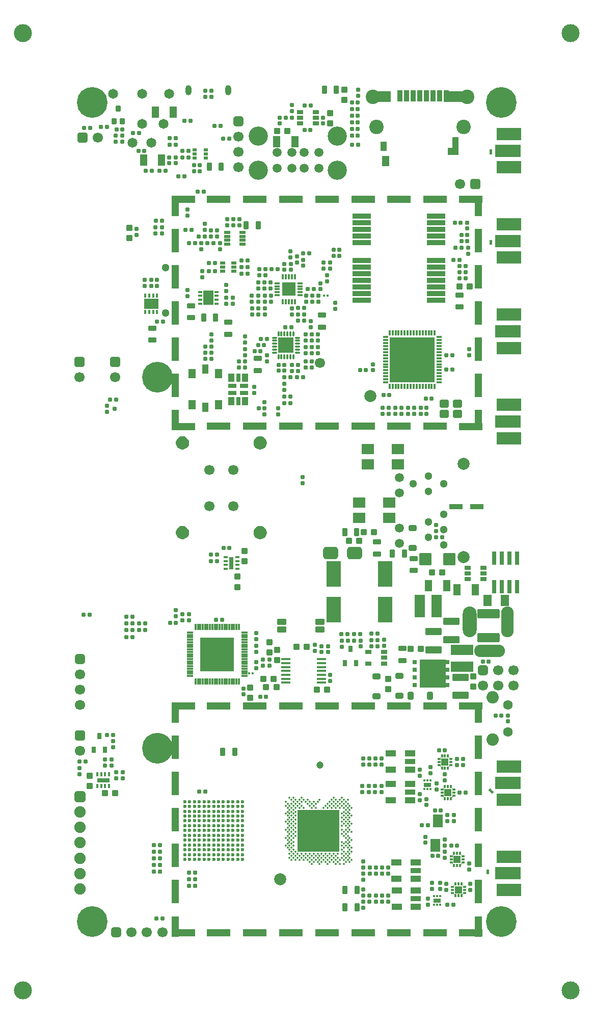
<source format=gts>
G04*
G04 #@! TF.GenerationSoftware,Altium Limited,Altium Designer,18.1.9 (240)*
G04*
G04 Layer_Color=8388736*
%FSLAX44Y44*%
%MOMM*%
G71*
G01*
G75*
%ADD96C,0.3500*%
%ADD101C,0.5000*%
%ADD102C,1.6000*%
%ADD116R,7.0000X7.0000*%
G04:AMPARAMS|DCode=117|XSize=0.6mm|YSize=0.7mm|CornerRadius=0.1mm|HoleSize=0mm|Usage=FLASHONLY|Rotation=0.000|XOffset=0mm|YOffset=0mm|HoleType=Round|Shape=RoundedRectangle|*
%AMROUNDEDRECTD117*
21,1,0.6000,0.5000,0,0,0.0*
21,1,0.4000,0.7000,0,0,0.0*
1,1,0.2000,0.2000,-0.2500*
1,1,0.2000,-0.2000,-0.2500*
1,1,0.2000,-0.2000,0.2500*
1,1,0.2000,0.2000,0.2500*
%
%ADD117ROUNDEDRECTD117*%
G04:AMPARAMS|DCode=118|XSize=0.6mm|YSize=0.7mm|CornerRadius=0.1mm|HoleSize=0mm|Usage=FLASHONLY|Rotation=270.000|XOffset=0mm|YOffset=0mm|HoleType=Round|Shape=RoundedRectangle|*
%AMROUNDEDRECTD118*
21,1,0.6000,0.5000,0,0,270.0*
21,1,0.4000,0.7000,0,0,270.0*
1,1,0.2000,-0.2500,-0.2000*
1,1,0.2000,-0.2500,0.2000*
1,1,0.2000,0.2500,0.2000*
1,1,0.2000,0.2500,-0.2000*
%
%ADD118ROUNDEDRECTD118*%
%ADD119R,0.3500X0.5750*%
%ADD120R,0.5750X0.3500*%
%ADD121R,1.2000X1.2000*%
%ADD122R,1.2000X1.2000*%
G04:AMPARAMS|DCode=123|XSize=0.7mm|YSize=0.7mm|CornerRadius=0.11mm|HoleSize=0mm|Usage=FLASHONLY|Rotation=0.000|XOffset=0mm|YOffset=0mm|HoleType=Round|Shape=RoundedRectangle|*
%AMROUNDEDRECTD123*
21,1,0.7000,0.4800,0,0,0.0*
21,1,0.4800,0.7000,0,0,0.0*
1,1,0.2200,0.2400,-0.2400*
1,1,0.2200,-0.2400,-0.2400*
1,1,0.2200,-0.2400,0.2400*
1,1,0.2200,0.2400,0.2400*
%
%ADD123ROUNDEDRECTD123*%
G04:AMPARAMS|DCode=124|XSize=1.1mm|YSize=1mm|CornerRadius=0.1625mm|HoleSize=0mm|Usage=FLASHONLY|Rotation=270.000|XOffset=0mm|YOffset=0mm|HoleType=Round|Shape=RoundedRectangle|*
%AMROUNDEDRECTD124*
21,1,1.1000,0.6750,0,0,270.0*
21,1,0.7750,1.0000,0,0,270.0*
1,1,0.3250,-0.3375,-0.3875*
1,1,0.3250,-0.3375,0.3875*
1,1,0.3250,0.3375,0.3875*
1,1,0.3250,0.3375,-0.3875*
%
%ADD124ROUNDEDRECTD124*%
G04:AMPARAMS|DCode=125|XSize=1.1mm|YSize=1mm|CornerRadius=0.1625mm|HoleSize=0mm|Usage=FLASHONLY|Rotation=0.000|XOffset=0mm|YOffset=0mm|HoleType=Round|Shape=RoundedRectangle|*
%AMROUNDEDRECTD125*
21,1,1.1000,0.6750,0,0,0.0*
21,1,0.7750,1.0000,0,0,0.0*
1,1,0.3250,0.3875,-0.3375*
1,1,0.3250,-0.3875,-0.3375*
1,1,0.3250,-0.3875,0.3375*
1,1,0.3250,0.3875,0.3375*
%
%ADD125ROUNDEDRECTD125*%
%ADD126R,0.4400X0.7400*%
%ADD127R,2.0900X0.7400*%
G04:AMPARAMS|DCode=128|XSize=0.7mm|YSize=0.7mm|CornerRadius=0.11mm|HoleSize=0mm|Usage=FLASHONLY|Rotation=90.000|XOffset=0mm|YOffset=0mm|HoleType=Round|Shape=RoundedRectangle|*
%AMROUNDEDRECTD128*
21,1,0.7000,0.4800,0,0,90.0*
21,1,0.4800,0.7000,0,0,90.0*
1,1,0.2200,0.2400,0.2400*
1,1,0.2200,0.2400,-0.2400*
1,1,0.2200,-0.2400,-0.2400*
1,1,0.2200,-0.2400,0.2400*
%
%ADD128ROUNDEDRECTD128*%
G04:AMPARAMS|DCode=129|XSize=1.32mm|YSize=1.01mm|CornerRadius=0.1638mm|HoleSize=0mm|Usage=FLASHONLY|Rotation=180.000|XOffset=0mm|YOffset=0mm|HoleType=Round|Shape=RoundedRectangle|*
%AMROUNDEDRECTD129*
21,1,1.3200,0.6825,0,0,180.0*
21,1,0.9925,1.0100,0,0,180.0*
1,1,0.3275,-0.4963,0.3413*
1,1,0.3275,0.4963,0.3413*
1,1,0.3275,0.4963,-0.3413*
1,1,0.3275,-0.4963,-0.3413*
%
%ADD129ROUNDEDRECTD129*%
G04:AMPARAMS|DCode=130|XSize=1.32mm|YSize=1.01mm|CornerRadius=0.1638mm|HoleSize=0mm|Usage=FLASHONLY|Rotation=90.000|XOffset=0mm|YOffset=0mm|HoleType=Round|Shape=RoundedRectangle|*
%AMROUNDEDRECTD130*
21,1,1.3200,0.6825,0,0,90.0*
21,1,0.9925,1.0100,0,0,90.0*
1,1,0.3275,0.3413,0.4963*
1,1,0.3275,0.3413,-0.4963*
1,1,0.3275,-0.3413,-0.4963*
1,1,0.3275,-0.3413,0.4963*
%
%ADD130ROUNDEDRECTD130*%
%ADD131R,2.1000X1.8000*%
G04:AMPARAMS|DCode=132|XSize=1.1mm|YSize=1.6mm|CornerRadius=0.3mm|HoleSize=0mm|Usage=FLASHONLY|Rotation=270.000|XOffset=0mm|YOffset=0mm|HoleType=Round|Shape=RoundedRectangle|*
%AMROUNDEDRECTD132*
21,1,1.1000,1.0000,0,0,270.0*
21,1,0.5000,1.6000,0,0,270.0*
1,1,0.6000,-0.5000,-0.2500*
1,1,0.6000,-0.5000,0.2500*
1,1,0.6000,0.5000,0.2500*
1,1,0.6000,0.5000,-0.2500*
%
%ADD132ROUNDEDRECTD132*%
%ADD133R,3.8000X1.7000*%
G04:AMPARAMS|DCode=134|XSize=1.9mm|YSize=1.4mm|CornerRadius=0.2125mm|HoleSize=0mm|Usage=FLASHONLY|Rotation=270.000|XOffset=0mm|YOffset=0mm|HoleType=Round|Shape=RoundedRectangle|*
%AMROUNDEDRECTD134*
21,1,1.9000,0.9750,0,0,270.0*
21,1,1.4750,1.4000,0,0,270.0*
1,1,0.4250,-0.4875,-0.7375*
1,1,0.4250,-0.4875,0.7375*
1,1,0.4250,0.4875,0.7375*
1,1,0.4250,0.4875,-0.7375*
%
%ADD134ROUNDEDRECTD134*%
G04:AMPARAMS|DCode=135|XSize=3.7mm|YSize=1.6mm|CornerRadius=0.2375mm|HoleSize=0mm|Usage=FLASHONLY|Rotation=180.000|XOffset=0mm|YOffset=0mm|HoleType=Round|Shape=RoundedRectangle|*
%AMROUNDEDRECTD135*
21,1,3.7000,1.1250,0,0,180.0*
21,1,3.2250,1.6000,0,0,180.0*
1,1,0.4750,-1.6125,0.5625*
1,1,0.4750,1.6125,0.5625*
1,1,0.4750,1.6125,-0.5625*
1,1,0.4750,-1.6125,-0.5625*
%
%ADD135ROUNDEDRECTD135*%
G04:AMPARAMS|DCode=136|XSize=2.1mm|YSize=2.1mm|CornerRadius=0.3mm|HoleSize=0mm|Usage=FLASHONLY|Rotation=270.000|XOffset=0mm|YOffset=0mm|HoleType=Round|Shape=RoundedRectangle|*
%AMROUNDEDRECTD136*
21,1,2.1000,1.5000,0,0,270.0*
21,1,1.5000,2.1000,0,0,270.0*
1,1,0.6000,-0.7500,-0.7500*
1,1,0.6000,-0.7500,0.7500*
1,1,0.6000,0.7500,0.7500*
1,1,0.6000,0.7500,-0.7500*
%
%ADD136ROUNDEDRECTD136*%
%ADD137R,2.4500X4.2500*%
G04:AMPARAMS|DCode=138|XSize=0.7mm|YSize=1.1mm|CornerRadius=0.125mm|HoleSize=0mm|Usage=FLASHONLY|Rotation=90.000|XOffset=0mm|YOffset=0mm|HoleType=Round|Shape=RoundedRectangle|*
%AMROUNDEDRECTD138*
21,1,0.7000,0.8500,0,0,90.0*
21,1,0.4500,1.1000,0,0,90.0*
1,1,0.2500,0.4250,0.2250*
1,1,0.2500,0.4250,-0.2250*
1,1,0.2500,-0.4250,-0.2250*
1,1,0.2500,-0.4250,0.2250*
%
%ADD138ROUNDEDRECTD138*%
G04:AMPARAMS|DCode=139|XSize=1.4mm|YSize=0.9mm|CornerRadius=0.15mm|HoleSize=0mm|Usage=FLASHONLY|Rotation=270.000|XOffset=0mm|YOffset=0mm|HoleType=Round|Shape=RoundedRectangle|*
%AMROUNDEDRECTD139*
21,1,1.4000,0.6000,0,0,270.0*
21,1,1.1000,0.9000,0,0,270.0*
1,1,0.3000,-0.3000,-0.5500*
1,1,0.3000,-0.3000,0.5500*
1,1,0.3000,0.3000,0.5500*
1,1,0.3000,0.3000,-0.5500*
%
%ADD139ROUNDEDRECTD139*%
G04:AMPARAMS|DCode=140|XSize=1.4mm|YSize=0.9mm|CornerRadius=0.15mm|HoleSize=0mm|Usage=FLASHONLY|Rotation=0.000|XOffset=0mm|YOffset=0mm|HoleType=Round|Shape=RoundedRectangle|*
%AMROUNDEDRECTD140*
21,1,1.4000,0.6000,0,0,0.0*
21,1,1.1000,0.9000,0,0,0.0*
1,1,0.3000,0.5500,-0.3000*
1,1,0.3000,-0.5500,-0.3000*
1,1,0.3000,-0.5500,0.3000*
1,1,0.3000,0.5500,0.3000*
%
%ADD140ROUNDEDRECTD140*%
%ADD141R,2.3000X0.9000*%
G04:AMPARAMS|DCode=142|XSize=0.7mm|YSize=1.1mm|CornerRadius=0.125mm|HoleSize=0mm|Usage=FLASHONLY|Rotation=0.000|XOffset=0mm|YOffset=0mm|HoleType=Round|Shape=RoundedRectangle|*
%AMROUNDEDRECTD142*
21,1,0.7000,0.8500,0,0,0.0*
21,1,0.4500,1.1000,0,0,0.0*
1,1,0.2500,0.2250,-0.4250*
1,1,0.2500,-0.2250,-0.4250*
1,1,0.2500,-0.2250,0.4250*
1,1,0.2500,0.2250,0.4250*
%
%ADD142ROUNDEDRECTD142*%
%ADD143R,0.8000X0.8000*%
%ADD144R,0.6500X2.3000*%
%ADD145R,1.6000X0.4500*%
G04:AMPARAMS|DCode=146|XSize=2.7mm|YSize=1.25mm|CornerRadius=0.1938mm|HoleSize=0mm|Usage=FLASHONLY|Rotation=0.000|XOffset=0mm|YOffset=0mm|HoleType=Round|Shape=RoundedRectangle|*
%AMROUNDEDRECTD146*
21,1,2.7000,0.8625,0,0,0.0*
21,1,2.3125,1.2500,0,0,0.0*
1,1,0.3875,1.1563,-0.4313*
1,1,0.3875,-1.1563,-0.4313*
1,1,0.3875,-1.1563,0.4313*
1,1,0.3875,1.1563,0.4313*
%
%ADD146ROUNDEDRECTD146*%
G04:AMPARAMS|DCode=147|XSize=1.9mm|YSize=1.25mm|CornerRadius=0.1938mm|HoleSize=0mm|Usage=FLASHONLY|Rotation=90.000|XOffset=0mm|YOffset=0mm|HoleType=Round|Shape=RoundedRectangle|*
%AMROUNDEDRECTD147*
21,1,1.9000,0.8625,0,0,90.0*
21,1,1.5125,1.2500,0,0,90.0*
1,1,0.3875,0.4313,0.7563*
1,1,0.3875,0.4313,-0.7563*
1,1,0.3875,-0.4313,-0.7563*
1,1,0.3875,-0.4313,0.7563*
%
%ADD147ROUNDEDRECTD147*%
%ADD148R,1.2013X1.7019*%
%ADD149R,1.7000X1.2000*%
%ADD150R,1.0004X1.6006*%
%ADD151R,1.0006X1.7011*%
%ADD152R,1.7018X1.7018*%
%ADD153R,1.7009X1.7009*%
%ADD154R,0.9011X1.9526*%
%ADD155R,0.9007X1.9518*%
%ADD156R,0.9002X1.9504*%
%ADD157R,0.9010X1.9525*%
%ADD158R,0.9009X1.9522*%
%ADD159R,0.9006X1.9516*%
%ADD160R,0.9012X1.9530*%
%ADD161R,0.9002X1.9504*%
%ADD162R,0.7400X2.0900*%
%ADD163R,0.7400X0.4400*%
G04:AMPARAMS|DCode=164|XSize=2.5mm|YSize=2.1mm|CornerRadius=0.55mm|HoleSize=0mm|Usage=FLASHONLY|Rotation=0.000|XOffset=0mm|YOffset=0mm|HoleType=Round|Shape=RoundedRectangle|*
%AMROUNDEDRECTD164*
21,1,2.5000,1.0000,0,0,0.0*
21,1,1.4000,2.1000,0,0,0.0*
1,1,1.1000,0.7000,-0.5000*
1,1,1.1000,-0.7000,-0.5000*
1,1,1.1000,-0.7000,0.5000*
1,1,1.1000,0.7000,0.5000*
%
%ADD164ROUNDEDRECTD164*%
%ADD165R,0.8000X0.5500*%
%ADD166C,2.0000*%
%ADD167O,1.0000X0.3500*%
%ADD168O,0.3500X1.0000*%
%ADD169R,2.6000X2.6000*%
%ADD170R,0.4000X0.4500*%
%ADD171R,2.2000X2.2000*%
%ADD172R,0.9500X0.4000*%
%ADD173R,0.4000X0.9500*%
G04:AMPARAMS|DCode=174|XSize=0.41mm|YSize=0.4mm|CornerRadius=0mm|HoleSize=0mm|Usage=FLASHONLY|Rotation=135.000|XOffset=0mm|YOffset=0mm|HoleType=Round|Shape=Rectangle|*
%AMROTATEDRECTD174*
4,1,4,0.2864,-0.0035,0.0035,-0.2864,-0.2864,0.0035,-0.0035,0.2864,0.2864,-0.0035,0.0*
%
%ADD174ROTATEDRECTD174*%

%ADD175R,0.4000X0.4100*%
%ADD176C,3.0000*%
%ADD177R,7.5000X7.5000*%
%ADD178O,0.4000X0.9500*%
%ADD179O,0.9500X0.4000*%
%ADD180R,1.1000X0.5000*%
%ADD181R,0.9500X0.5000*%
%ADD182R,4.1000X2.1000*%
%ADD183R,4.3500X2.1000*%
%ADD184R,1.7500X1.0000*%
%ADD185R,1.7500X0.8600*%
%ADD186R,1.0000X1.5000*%
%ADD187R,1.3000X1.6000*%
%ADD188R,1.1000X1.4500*%
%ADD189R,1.4500X0.8000*%
%ADD190R,0.8000X1.4500*%
G04:AMPARAMS|DCode=191|XSize=1.5mm|YSize=1.3mm|CornerRadius=0.2mm|HoleSize=0mm|Usage=FLASHONLY|Rotation=180.000|XOffset=0mm|YOffset=0mm|HoleType=Round|Shape=RoundedRectangle|*
%AMROUNDEDRECTD191*
21,1,1.5000,0.9000,0,0,180.0*
21,1,1.1000,1.3000,0,0,180.0*
1,1,0.4000,-0.5500,0.4500*
1,1,0.4000,0.5500,0.4500*
1,1,0.4000,0.5500,-0.4500*
1,1,0.4000,-0.5500,-0.4500*
%
%ADD191ROUNDEDRECTD191*%
%ADD192R,0.5000X0.8000*%
%ADD193R,0.4600X0.5500*%
%ADD194R,0.8500X0.5500*%
%ADD195R,3.9000X1.3000*%
%ADD196R,1.3000X3.9000*%
%ADD197R,1.3000X3.4500*%
%ADD198R,3.9500X1.3000*%
%ADD199C,0.6000*%
%ADD200C,1.7000*%
%ADD201R,3.1000X0.9000*%
G04:AMPARAMS|DCode=202|XSize=0.8mm|YSize=1.1mm|CornerRadius=0.1375mm|HoleSize=0mm|Usage=FLASHONLY|Rotation=0.000|XOffset=0mm|YOffset=0mm|HoleType=Round|Shape=RoundedRectangle|*
%AMROUNDEDRECTD202*
21,1,0.8000,0.8250,0,0,0.0*
21,1,0.5250,1.1000,0,0,0.0*
1,1,0.2750,0.2625,-0.4125*
1,1,0.2750,-0.2625,-0.4125*
1,1,0.2750,-0.2625,0.4125*
1,1,0.2750,0.2625,0.4125*
%
%ADD202ROUNDEDRECTD202*%
%ADD203R,5.6500X5.6500*%
%ADD204R,0.3000X1.0000*%
%ADD205R,1.0000X0.3000*%
G04:AMPARAMS|DCode=206|XSize=0.6mm|YSize=0.7mm|CornerRadius=0.1125mm|HoleSize=0mm|Usage=FLASHONLY|Rotation=270.000|XOffset=0mm|YOffset=0mm|HoleType=Round|Shape=RoundedRectangle|*
%AMROUNDEDRECTD206*
21,1,0.6000,0.4750,0,0,270.0*
21,1,0.3750,0.7000,0,0,270.0*
1,1,0.2250,-0.2375,-0.1875*
1,1,0.2250,-0.2375,0.1875*
1,1,0.2250,0.2375,0.1875*
1,1,0.2250,0.2375,-0.1875*
%
%ADD206ROUNDEDRECTD206*%
%ADD207R,1.3000X0.8000*%
%ADD208R,0.3500X0.4500*%
%ADD209R,1.7000X2.4500*%
%ADD210R,0.8000X0.4000*%
%ADD211R,1.7000X3.8000*%
%ADD212R,2.4500X1.7000*%
%ADD213R,0.4000X0.8000*%
G04:AMPARAMS|DCode=214|XSize=1.624mm|YSize=1.624mm|CornerRadius=0.2405mm|HoleSize=0mm|Usage=FLASHONLY|Rotation=180.000|XOffset=0mm|YOffset=0mm|HoleType=Round|Shape=RoundedRectangle|*
%AMROUNDEDRECTD214*
21,1,1.6240,1.1430,0,0,180.0*
21,1,1.1430,1.6240,0,0,180.0*
1,1,0.4810,-0.5715,0.5715*
1,1,0.4810,0.5715,0.5715*
1,1,0.4810,0.5715,-0.5715*
1,1,0.4810,-0.5715,-0.5715*
%
%ADD214ROUNDEDRECTD214*%
G04:AMPARAMS|DCode=215|XSize=1.7mm|YSize=1.7mm|CornerRadius=0.45mm|HoleSize=0mm|Usage=FLASHONLY|Rotation=0.000|XOffset=0mm|YOffset=0mm|HoleType=Round|Shape=RoundedRectangle|*
%AMROUNDEDRECTD215*
21,1,1.7000,0.8000,0,0,0.0*
21,1,0.8000,1.7000,0,0,0.0*
1,1,0.9000,0.4000,-0.4000*
1,1,0.9000,-0.4000,-0.4000*
1,1,0.9000,-0.4000,0.4000*
1,1,0.9000,0.4000,0.4000*
%
%ADD215ROUNDEDRECTD215*%
%ADD216C,5.1000*%
%ADD217C,1.2000*%
%ADD218C,2.0500*%
%ADD219C,1.3000*%
%ADD220C,1.5000*%
%ADD221O,5.1000X2.1000*%
%ADD222O,2.3000X5.1000*%
%ADD223O,2.1000X5.1000*%
G04:AMPARAMS|DCode=224|XSize=1.7mm|YSize=1.7mm|CornerRadius=0.45mm|HoleSize=0mm|Usage=FLASHONLY|Rotation=270.000|XOffset=0mm|YOffset=0mm|HoleType=Round|Shape=RoundedRectangle|*
%AMROUNDEDRECTD224*
21,1,1.7000,0.8000,0,0,270.0*
21,1,0.8000,1.7000,0,0,270.0*
1,1,0.9000,-0.4000,-0.4000*
1,1,0.9000,-0.4000,0.4000*
1,1,0.9000,0.4000,0.4000*
1,1,0.9000,0.4000,-0.4000*
%
%ADD224ROUNDEDRECTD224*%
%ADD225C,1.9000*%
G04:AMPARAMS|DCode=226|XSize=1.9mm|YSize=1.9mm|CornerRadius=0.5mm|HoleSize=0mm|Usage=FLASHONLY|Rotation=270.000|XOffset=0mm|YOffset=0mm|HoleType=Round|Shape=RoundedRectangle|*
%AMROUNDEDRECTD226*
21,1,1.9000,0.9000,0,0,270.0*
21,1,0.9000,1.9000,0,0,270.0*
1,1,1.0000,-0.4500,-0.4500*
1,1,1.0000,-0.4500,0.4500*
1,1,1.0000,0.4500,0.4500*
1,1,1.0000,0.4500,-0.4500*
%
%ADD226ROUNDEDRECTD226*%
G04:AMPARAMS|DCode=227|XSize=1.624mm|YSize=1.624mm|CornerRadius=0.2405mm|HoleSize=0mm|Usage=FLASHONLY|Rotation=90.000|XOffset=0mm|YOffset=0mm|HoleType=Round|Shape=RoundedRectangle|*
%AMROUNDEDRECTD227*
21,1,1.6240,1.1430,0,0,90.0*
21,1,1.1430,1.6240,0,0,90.0*
1,1,0.4810,0.5715,0.5715*
1,1,0.4810,0.5715,-0.5715*
1,1,0.4810,-0.5715,-0.5715*
1,1,0.4810,-0.5715,0.5715*
%
%ADD227ROUNDEDRECTD227*%
%ADD228C,2.4000*%
%ADD229C,1.6500*%
%ADD230O,1.0000X1.7000*%
%ADD231C,3.2000*%
G36*
X635958Y81292D02*
X637364Y79886D01*
X636909Y79341D01*
X635458Y80792D01*
X635958Y81292D01*
D02*
G37*
G36*
Y93708D02*
X637364Y95114D01*
X636909Y95659D01*
X635458Y94208D01*
X635958Y93708D01*
D02*
G37*
G36*
X633708Y131542D02*
X635114Y130136D01*
X634659Y129591D01*
X633208Y131042D01*
X633708Y131542D01*
D02*
G37*
G36*
Y143958D02*
X635114Y145364D01*
X634659Y145909D01*
X633208Y144458D01*
X633708Y143958D01*
D02*
G37*
G36*
X596750Y171750D02*
X613250D01*
Y150750D01*
X596750D01*
Y171750D01*
D02*
G37*
G36*
X651042Y81292D02*
X649636Y79886D01*
X650091Y79341D01*
X651542Y80792D01*
X651042Y81292D01*
D02*
G37*
G36*
Y93708D02*
X649636Y95114D01*
X650091Y95659D01*
X651542Y94208D01*
X651042Y93708D01*
D02*
G37*
G36*
X690000Y113000D02*
X694000D01*
Y121000D01*
X690000D01*
Y113000D01*
D02*
G37*
G36*
X648792Y131542D02*
X647386Y130136D01*
X647841Y129591D01*
X649292Y131042D01*
X648792Y131542D01*
D02*
G37*
G36*
Y143958D02*
X647386Y145364D01*
X647841Y145909D01*
X649292Y144458D01*
X648792Y143958D01*
D02*
G37*
G36*
X601032Y212305D02*
X617532D01*
Y191305D01*
X601032D01*
Y212305D01*
D02*
G37*
G36*
X618458Y242542D02*
X619864Y241136D01*
X619409Y240591D01*
X617958Y242042D01*
X618458Y242542D01*
D02*
G37*
G36*
Y254958D02*
X619864Y256364D01*
X619409Y256909D01*
X617958Y255458D01*
X618458Y254958D01*
D02*
G37*
G36*
X633542Y242542D02*
X632136Y241136D01*
X632591Y240591D01*
X634042Y242042D01*
X633542Y242542D01*
D02*
G37*
G36*
Y254958D02*
X632136Y256364D01*
X632591Y256909D01*
X634042Y255458D01*
X633542Y254958D01*
D02*
G37*
G36*
X699073Y247098D02*
X701902Y249927D01*
X696245Y255584D01*
X693416Y252755D01*
X699073Y247098D01*
D02*
G37*
G36*
X622050Y422950D02*
X579050D01*
Y469950D01*
X622050D01*
Y422950D01*
D02*
G37*
G36*
X629042Y306208D02*
X628542Y305708D01*
X627136Y307114D01*
X627591Y307659D01*
X629042Y306208D01*
D02*
G37*
G36*
X614864Y307114D02*
X613458Y305708D01*
X612958Y306208D01*
X614409Y307659D01*
X614864Y307114D01*
D02*
G37*
G36*
X629042Y292792D02*
X627591Y291341D01*
X627136Y291886D01*
X628542Y293292D01*
X629042Y292792D01*
D02*
G37*
G36*
X614864Y291886D02*
X614409Y291341D01*
X612958Y292792D01*
X613458Y293292D01*
X614864Y291886D01*
D02*
G37*
G36*
X530500Y1396500D02*
X504500D01*
Y1413478D01*
X530500D01*
Y1396500D01*
D02*
G37*
G36*
X651250Y1396500D02*
X619000D01*
Y1413478D01*
X651250D01*
Y1396500D01*
D02*
G37*
G36*
X699500Y1309000D02*
X695500D01*
Y1317000D01*
X699500D01*
Y1309000D01*
D02*
G37*
G36*
X643250Y1307875D02*
X626000D01*
Y1320125D01*
X633250D01*
Y1320625D01*
X643250D01*
Y1307875D01*
D02*
G37*
G36*
X699500Y1159000D02*
X695500D01*
Y1167000D01*
X699500D01*
Y1159000D01*
D02*
G37*
G36*
X316959Y840328D02*
X318961Y839498D01*
X320762Y838295D01*
X322295Y836762D01*
X323498Y834961D01*
X324328Y832959D01*
X324750Y830834D01*
Y829750D01*
Y828667D01*
X324328Y826542D01*
X323498Y824540D01*
X322295Y822738D01*
X320762Y821206D01*
X318961Y820002D01*
X316959Y819173D01*
X314834Y818750D01*
X312667D01*
X310542Y819173D01*
X308540Y820002D01*
X306738Y821206D01*
X305206Y822738D01*
X304002Y824540D01*
X303173Y826542D01*
X302750Y828667D01*
Y829750D01*
Y830834D01*
X303173Y832959D01*
X304002Y834961D01*
X305206Y836762D01*
X306738Y838295D01*
X308540Y839498D01*
X310542Y840328D01*
X312667Y840750D01*
X314834D01*
X316959Y840328D01*
D02*
G37*
G36*
X187959Y840328D02*
X189961Y839498D01*
X191762Y838295D01*
X193295Y836762D01*
X194498Y834961D01*
X195327Y832959D01*
X195750Y830834D01*
Y829750D01*
Y828667D01*
X195327Y826542D01*
X194498Y824540D01*
X193295Y822738D01*
X191762Y821206D01*
X189961Y820002D01*
X187959Y819173D01*
X185834Y818750D01*
X183667D01*
X181542Y819173D01*
X179540Y820002D01*
X177738Y821206D01*
X176206Y822738D01*
X175002Y824540D01*
X174173Y826542D01*
X173750Y828667D01*
Y829750D01*
Y830834D01*
X174173Y832959D01*
X175002Y834961D01*
X176206Y836762D01*
X177738Y838295D01*
X179540Y839498D01*
X181542Y840328D01*
X183667Y840750D01*
X185834D01*
X187959Y840328D01*
D02*
G37*
G36*
X316959Y691328D02*
X318961Y690498D01*
X320762Y689295D01*
X322295Y687762D01*
X323498Y685961D01*
X324328Y683959D01*
X324750Y681834D01*
Y680750D01*
Y679667D01*
X324328Y677542D01*
X323498Y675540D01*
X322295Y673738D01*
X320762Y672206D01*
X318961Y671002D01*
X316959Y670173D01*
X314834Y669750D01*
X312667D01*
X310542Y670173D01*
X308540Y671002D01*
X306738Y672206D01*
X305206Y673738D01*
X304002Y675540D01*
X303173Y677542D01*
X302750Y679667D01*
Y680750D01*
Y681834D01*
X303173Y683959D01*
X304002Y685961D01*
X305206Y687762D01*
X306738Y689295D01*
X308540Y690498D01*
X310542Y691328D01*
X312667Y691750D01*
X313750D01*
Y680750D01*
X313750Y691750D01*
X313750Y691750D01*
X314834D01*
X316959Y691328D01*
D02*
G37*
G36*
X187959D02*
X189961Y690498D01*
X191762Y689295D01*
X193295Y687762D01*
X194498Y685961D01*
X195327Y683959D01*
X195750Y681834D01*
Y680750D01*
Y679667D01*
X195327Y677542D01*
X194498Y675540D01*
X193295Y673738D01*
X191762Y672206D01*
X189961Y671002D01*
X187959Y670173D01*
X185834Y669750D01*
X183667D01*
X181542Y670173D01*
X179540Y671002D01*
X177738Y672206D01*
X176206Y673738D01*
X175002Y675540D01*
X174173Y677542D01*
X173750Y679667D01*
Y680750D01*
Y681834D01*
X174173Y683959D01*
X175002Y685961D01*
X176206Y687762D01*
X177738Y689295D01*
X179540Y690498D01*
X181542Y691328D01*
X183667Y691750D01*
X185834D01*
X187959Y691328D01*
D02*
G37*
%LPC*%
G36*
X173750Y829750D02*
X173750Y829750D01*
X184750D01*
X173750Y829750D01*
D02*
G37*
%LPD*%
D96*
X449370Y240428D02*
D03*
X452700Y237098D02*
D03*
X456030Y233768D02*
D03*
X459360Y230438D02*
D03*
X462690Y227108D02*
D03*
X466020Y223778D02*
D03*
X462690Y220448D02*
D03*
X459360Y223778D02*
D03*
X452700Y230438D02*
D03*
X456030Y227108D02*
D03*
X446040Y237098D02*
D03*
X449370Y233768D02*
D03*
X446040Y230438D02*
D03*
X442710Y233768D02*
D03*
X452700Y223778D02*
D03*
X449370Y227108D02*
D03*
X456030Y220448D02*
D03*
X459360Y217118D02*
D03*
X442710Y227108D02*
D03*
X439380Y230438D02*
D03*
X446040Y223778D02*
D03*
X456030Y213788D02*
D03*
X452700Y217118D02*
D03*
X432720Y237098D02*
D03*
X436050Y233768D02*
D03*
Y240428D02*
D03*
X439380Y237098D02*
D03*
X462690Y207128D02*
D03*
X459360Y210458D02*
D03*
X466020D02*
D03*
X462690Y213788D02*
D03*
X456030Y207128D02*
D03*
X459360Y203798D02*
D03*
X449370Y213788D02*
D03*
X452700Y210458D02*
D03*
X436050Y227108D02*
D03*
X439380Y223778D02*
D03*
X429390Y233768D02*
D03*
X432720Y230438D02*
D03*
X429390Y227108D02*
D03*
X426060Y230438D02*
D03*
X432720Y223778D02*
D03*
X426060D02*
D03*
X422730Y227108D02*
D03*
X419400Y223778D02*
D03*
X466020Y197138D02*
D03*
X462690Y200468D02*
D03*
X459360Y197138D02*
D03*
X462690Y193808D02*
D03*
X449370Y207128D02*
D03*
X456030Y200468D02*
D03*
X452700Y203798D02*
D03*
X462690Y187148D02*
D03*
X466020Y183818D02*
D03*
X452700Y197138D02*
D03*
X449370Y200468D02*
D03*
X459360Y190478D02*
D03*
X456030Y193808D02*
D03*
X449370Y193808D02*
D03*
X459360Y183818D02*
D03*
X456030Y187148D02*
D03*
Y180488D02*
D03*
X459360Y177158D02*
D03*
X449370Y187148D02*
D03*
X452700Y183818D02*
D03*
X466020Y170498D02*
D03*
X462690Y173828D02*
D03*
X456030D02*
D03*
X459360Y170498D02*
D03*
X449370Y180488D02*
D03*
X452700Y177158D02*
D03*
X462690Y167168D02*
D03*
X456030D02*
D03*
X459360Y163838D02*
D03*
X466020Y157178D02*
D03*
X462690Y160508D02*
D03*
X456030D02*
D03*
X459360Y157178D02*
D03*
X449370Y167168D02*
D03*
X452700Y163838D02*
D03*
X466020Y150518D02*
D03*
X462690Y153848D02*
D03*
X459360Y150518D02*
D03*
X449370Y160508D02*
D03*
X452700Y157178D02*
D03*
X459360Y143858D02*
D03*
X449370Y153848D02*
D03*
X452700Y150518D02*
D03*
X466020Y137198D02*
D03*
X462690Y140528D02*
D03*
X456030D02*
D03*
X459360Y137198D02*
D03*
X452700Y143858D02*
D03*
X462690Y133868D02*
D03*
X456030D02*
D03*
X449370Y140528D02*
D03*
X452700Y137198D02*
D03*
X459360Y237098D02*
D03*
X406079Y223778D02*
D03*
X399420D02*
D03*
X402749Y227108D02*
D03*
X406079Y230438D02*
D03*
X409409Y233768D02*
D03*
X412739Y237098D02*
D03*
X396090Y227108D02*
D03*
X399420Y230438D02*
D03*
X396089Y233768D02*
D03*
X392759Y230438D02*
D03*
Y237098D02*
D03*
X389429Y233768D02*
D03*
X402749D02*
D03*
X386099Y237098D02*
D03*
X382769Y240428D02*
D03*
X379439Y237098D02*
D03*
X382769Y233768D02*
D03*
X386099Y223778D02*
D03*
X382769Y227108D02*
D03*
X379439Y230438D02*
D03*
X372779Y237098D02*
D03*
X376109Y233768D02*
D03*
X369449Y240428D02*
D03*
X362789D02*
D03*
X369449Y233768D02*
D03*
X366119Y237098D02*
D03*
X372779Y230438D02*
D03*
X376109Y227108D02*
D03*
X379439Y223778D02*
D03*
X366119Y230438D02*
D03*
X369449Y227108D02*
D03*
X372779Y223778D02*
D03*
X356129Y233768D02*
D03*
X362789Y227108D02*
D03*
X359459Y230438D02*
D03*
X366119Y223778D02*
D03*
X369449Y220448D02*
D03*
X372779Y217118D02*
D03*
X356129Y227108D02*
D03*
X362789Y220448D02*
D03*
X359459Y223778D02*
D03*
X366119Y217118D02*
D03*
X369449Y213788D02*
D03*
X372779Y210458D02*
D03*
X362789Y213788D02*
D03*
X359459Y217118D02*
D03*
X366119Y210458D02*
D03*
X369449Y207128D02*
D03*
X372779Y203798D02*
D03*
X356129Y213788D02*
D03*
X362789Y207128D02*
D03*
X359459Y210458D02*
D03*
X366119Y203798D02*
D03*
X369449Y200468D02*
D03*
X372779Y197138D02*
D03*
X362789Y200468D02*
D03*
X359459Y203798D02*
D03*
X366119Y197138D02*
D03*
X369449Y193808D02*
D03*
X372779Y190478D02*
D03*
X356129Y200468D02*
D03*
X362789Y193808D02*
D03*
X359459Y197138D02*
D03*
X366119Y190478D02*
D03*
X369449Y187148D02*
D03*
X372779Y183818D02*
D03*
X362789Y187148D02*
D03*
X359459Y190478D02*
D03*
X366119Y183818D02*
D03*
X369449Y180488D02*
D03*
X372779Y177158D02*
D03*
X356129Y187148D02*
D03*
X362789Y180488D02*
D03*
X359459Y183818D02*
D03*
X366119Y177158D02*
D03*
X369449Y173828D02*
D03*
X362789Y173828D02*
D03*
X359459Y177158D02*
D03*
X366119Y170498D02*
D03*
X369449Y167168D02*
D03*
X356129Y173828D02*
D03*
X362789Y167168D02*
D03*
X359459Y170498D02*
D03*
X366119Y163838D02*
D03*
X369449Y160508D02*
D03*
X359459Y163838D02*
D03*
X366119Y157178D02*
D03*
X362789Y160508D02*
D03*
X369449Y153848D02*
D03*
X372779Y150518D02*
D03*
X376109Y147188D02*
D03*
X356129Y160508D02*
D03*
X362789Y153848D02*
D03*
X359459Y157178D02*
D03*
X366119Y150518D02*
D03*
X369449Y147188D02*
D03*
X372779Y143857D02*
D03*
X379439Y137198D02*
D03*
X376109Y140527D02*
D03*
X382769Y140527D02*
D03*
X379439Y143857D02*
D03*
X372779Y137198D02*
D03*
X369449Y140527D02*
D03*
X366119Y143857D02*
D03*
X362789Y147188D02*
D03*
X366119Y137198D02*
D03*
X362789Y140527D02*
D03*
X382769Y147188D02*
D03*
X389429D02*
D03*
X396089Y147188D02*
D03*
X402749Y147188D02*
D03*
X409409D02*
D03*
X416069Y147188D02*
D03*
X422729Y147188D02*
D03*
X429390D02*
D03*
X436050D02*
D03*
X442710D02*
D03*
X449370D02*
D03*
X456030D02*
D03*
X462690D02*
D03*
X386099Y143857D02*
D03*
X392759D02*
D03*
X399419D02*
D03*
X406079D02*
D03*
X412739D02*
D03*
X419399D02*
D03*
X426059D02*
D03*
X439380D02*
D03*
X432720D02*
D03*
X442710Y140527D02*
D03*
X436050Y140527D02*
D03*
X429390Y140527D02*
D03*
X422729D02*
D03*
X416069Y140527D02*
D03*
X409409Y140527D02*
D03*
X402749D02*
D03*
X396089Y140527D02*
D03*
X389429Y140527D02*
D03*
X439380Y137198D02*
D03*
X432720D02*
D03*
X426059D02*
D03*
X419399D02*
D03*
X412739D02*
D03*
X406079D02*
D03*
X399419D02*
D03*
X392759D02*
D03*
X386099D02*
D03*
X446040D02*
D03*
X452700Y130538D02*
D03*
X442710Y133868D02*
D03*
X396089D02*
D03*
X402749D02*
D03*
X409409D02*
D03*
X416069D02*
D03*
X422730D02*
D03*
X429390D02*
D03*
X436050D02*
D03*
X446040Y130538D02*
D03*
X439380D02*
D03*
X426059D02*
D03*
X412739D02*
D03*
X399419D02*
D03*
D101*
X57100Y269500D02*
D03*
X48900D02*
D03*
X266220Y626150D02*
D03*
Y634350D02*
D03*
D102*
X725450Y394500D02*
D03*
Y349500D02*
D03*
D116*
X410970Y185438D02*
D03*
D117*
X607000Y253900D02*
D03*
Y263900D02*
D03*
X621000Y279500D02*
D03*
Y269500D02*
D03*
X620750Y140250D02*
D03*
Y150250D02*
D03*
X661500Y131250D02*
D03*
Y121250D02*
D03*
X662750Y87500D02*
D03*
Y97500D02*
D03*
X623250Y87500D02*
D03*
Y97500D02*
D03*
X56250Y303950D02*
D03*
Y293950D02*
D03*
X307750Y465578D02*
D03*
Y455578D02*
D03*
X322200Y1108000D02*
D03*
Y1118000D02*
D03*
X354250Y927500D02*
D03*
Y917500D02*
D03*
X344250Y949500D02*
D03*
Y959500D02*
D03*
X325125Y965500D02*
D03*
Y975500D02*
D03*
X354250Y959500D02*
D03*
Y949500D02*
D03*
X409750Y979000D02*
D03*
Y989000D02*
D03*
Y1010000D02*
D03*
Y1000000D02*
D03*
X397875Y1032000D02*
D03*
Y1022000D02*
D03*
X311125Y1043000D02*
D03*
Y1053000D02*
D03*
X366375Y1053250D02*
D03*
Y1043250D02*
D03*
X376875Y1043250D02*
D03*
Y1033250D02*
D03*
X321625Y1064000D02*
D03*
Y1074000D02*
D03*
X331625Y1064000D02*
D03*
Y1074000D02*
D03*
X390625Y1074000D02*
D03*
Y1064000D02*
D03*
X400625Y1074000D02*
D03*
Y1064000D02*
D03*
X410625D02*
D03*
Y1074000D02*
D03*
X310625Y1086500D02*
D03*
Y1096500D02*
D03*
X320625D02*
D03*
Y1086500D02*
D03*
X312250Y1108000D02*
D03*
Y1118000D02*
D03*
X438250Y1052500D02*
D03*
Y1062500D02*
D03*
X375000Y1139750D02*
D03*
Y1129750D02*
D03*
X222500Y1414500D02*
D03*
Y1404500D02*
D03*
X304360Y922750D02*
D03*
Y912750D02*
D03*
X279500Y1201250D02*
D03*
Y1191250D02*
D03*
X269500D02*
D03*
Y1201250D02*
D03*
X259500Y1191250D02*
D03*
Y1201250D02*
D03*
X216000Y1151750D02*
D03*
Y1161750D02*
D03*
X247000D02*
D03*
Y1151750D02*
D03*
X232000Y1182750D02*
D03*
Y1172750D02*
D03*
X242000D02*
D03*
Y1182750D02*
D03*
X495764Y124494D02*
D03*
Y114494D02*
D03*
X526764Y114494D02*
D03*
Y124494D02*
D03*
X495610Y77738D02*
D03*
Y67738D02*
D03*
X526610Y67738D02*
D03*
Y77738D02*
D03*
X515809Y305528D02*
D03*
Y295528D02*
D03*
X484883Y305528D02*
D03*
Y295528D02*
D03*
X483883Y259778D02*
D03*
Y249778D02*
D03*
X430150Y1119000D02*
D03*
Y1129000D02*
D03*
X476750Y1416250D02*
D03*
Y1406250D02*
D03*
X162970Y1304250D02*
D03*
Y1294250D02*
D03*
X346200Y1360200D02*
D03*
Y1370200D02*
D03*
X418200Y1360200D02*
D03*
Y1370200D02*
D03*
X286250Y412000D02*
D03*
Y422000D02*
D03*
X725500Y367000D02*
D03*
Y377000D02*
D03*
X599500Y88750D02*
D03*
Y98750D02*
D03*
X592500Y62500D02*
D03*
Y72500D02*
D03*
X635532Y211805D02*
D03*
Y201805D02*
D03*
X579000Y277000D02*
D03*
Y287000D02*
D03*
X612771Y98750D02*
D03*
Y88750D02*
D03*
X597000Y291250D02*
D03*
Y281250D02*
D03*
X590250Y228250D02*
D03*
Y238250D02*
D03*
X578812Y246250D02*
D03*
Y236250D02*
D03*
X449250Y501000D02*
D03*
Y491000D02*
D03*
X307750Y503500D02*
D03*
Y513500D02*
D03*
X192796Y1083640D02*
D03*
Y1073640D02*
D03*
X268000Y1070750D02*
D03*
Y1060750D02*
D03*
X108350Y1185100D02*
D03*
Y1175100D02*
D03*
X192650Y1207050D02*
D03*
Y1217050D02*
D03*
X195500Y535000D02*
D03*
Y545000D02*
D03*
D118*
X640700Y304500D02*
D03*
X650700D02*
D03*
X640750Y294500D02*
D03*
X650750D02*
D03*
X645500Y248750D02*
D03*
X655500D02*
D03*
X621000Y319500D02*
D03*
X611000D02*
D03*
X508750Y502250D02*
D03*
X498750D02*
D03*
X508750Y492250D02*
D03*
X498750D02*
D03*
X213720Y1281250D02*
D03*
X203720D02*
D03*
X683750Y466750D02*
D03*
X693750D02*
D03*
X375250Y938500D02*
D03*
X385250D02*
D03*
X367000Y949000D02*
D03*
X377000D02*
D03*
X399375Y955125D02*
D03*
X389375D02*
D03*
X399375Y965125D02*
D03*
X389375D02*
D03*
X310375Y992500D02*
D03*
X320375D02*
D03*
X304500Y982500D02*
D03*
X314500D02*
D03*
X399375Y978375D02*
D03*
X389375D02*
D03*
X315375Y1002500D02*
D03*
X325375D02*
D03*
X399250Y1010250D02*
D03*
X389250D02*
D03*
X355376Y1022000D02*
D03*
X365376D02*
D03*
X376875Y1053750D02*
D03*
X386875D02*
D03*
X402875Y1085000D02*
D03*
X392875D02*
D03*
X395500Y1144500D02*
D03*
X385500D02*
D03*
X580500Y888500D02*
D03*
X590500D02*
D03*
X569500D02*
D03*
X559500D02*
D03*
X538500D02*
D03*
X548500D02*
D03*
X527500D02*
D03*
X517500D02*
D03*
X222610Y979500D02*
D03*
X232610D02*
D03*
X222610Y989500D02*
D03*
X232610D02*
D03*
X278860Y965000D02*
D03*
X288860D02*
D03*
X278860Y955000D02*
D03*
X288860D02*
D03*
X239000Y1128250D02*
D03*
X229000D02*
D03*
X506264Y114494D02*
D03*
X516264D02*
D03*
X516264Y124494D02*
D03*
X506264D02*
D03*
X516110Y77738D02*
D03*
X506110D02*
D03*
Y67738D02*
D03*
X516110D02*
D03*
X505309Y295528D02*
D03*
X495309D02*
D03*
X505309Y305528D02*
D03*
X495309D02*
D03*
X504309Y249778D02*
D03*
X494309D02*
D03*
X504309Y259778D02*
D03*
X494309D02*
D03*
X623500Y951750D02*
D03*
X633500D02*
D03*
X623500Y975500D02*
D03*
X633500D02*
D03*
X637282Y1195750D02*
D03*
X647282D02*
D03*
X648282Y1175250D02*
D03*
X658282D02*
D03*
X606500Y672750D02*
D03*
X616500D02*
D03*
X163750Y1335750D02*
D03*
X173750D02*
D03*
X213720Y1291250D02*
D03*
X203720D02*
D03*
X655000Y1123250D02*
D03*
X645000D02*
D03*
Y1113250D02*
D03*
X655000D02*
D03*
X645000Y1103250D02*
D03*
X655000Y1103250D02*
D03*
X641250Y161250D02*
D03*
X631250D02*
D03*
X635000Y62500D02*
D03*
X625000D02*
D03*
X75000Y1350750D02*
D03*
X85000D02*
D03*
X220200Y1247500D02*
D03*
X210200D02*
D03*
X156450Y1282000D02*
D03*
X146450D02*
D03*
X177600Y1272900D02*
D03*
X187600D02*
D03*
X241770Y633500D02*
D03*
X231770D02*
D03*
X252250Y1335000D02*
D03*
X262250D02*
D03*
X237750Y1356000D02*
D03*
X247750D02*
D03*
X188250Y1364750D02*
D03*
X198250D02*
D03*
X69500Y344500D02*
D03*
X59500D02*
D03*
X142680Y1100750D02*
D03*
X132680D02*
D03*
X142500Y1031500D02*
D03*
X152500D02*
D03*
D119*
X638500Y97500D02*
D03*
X643500D02*
D03*
X648500D02*
D03*
Y77500D02*
D03*
X643500D02*
D03*
X638500D02*
D03*
X636250Y147750D02*
D03*
X641250D02*
D03*
X646250D02*
D03*
Y127750D02*
D03*
X641250D02*
D03*
X636250D02*
D03*
X626000Y289500D02*
D03*
X621000D02*
D03*
X616000D02*
D03*
Y309500D02*
D03*
X621000D02*
D03*
X626000D02*
D03*
X621000Y258750D02*
D03*
X626000D02*
D03*
X631000D02*
D03*
Y238750D02*
D03*
X626000D02*
D03*
X621000D02*
D03*
D120*
X653500Y92500D02*
D03*
Y87500D02*
D03*
Y82500D02*
D03*
X633500D02*
D03*
Y87500D02*
D03*
Y92500D02*
D03*
X631250Y132750D02*
D03*
Y137750D02*
D03*
Y142750D02*
D03*
X651250D02*
D03*
Y137750D02*
D03*
Y132750D02*
D03*
X631000Y304500D02*
D03*
Y299500D02*
D03*
Y294500D02*
D03*
X611000D02*
D03*
Y299500D02*
D03*
Y304500D02*
D03*
X616000Y243750D02*
D03*
Y248750D02*
D03*
Y253750D02*
D03*
X636000D02*
D03*
Y248750D02*
D03*
Y243750D02*
D03*
D121*
X643500Y87500D02*
D03*
D122*
X641250Y137750D02*
D03*
X621000Y299500D02*
D03*
X626000Y248750D02*
D03*
D123*
X66750Y303950D02*
D03*
Y293950D02*
D03*
X74250Y282950D02*
D03*
Y272950D02*
D03*
X85250D02*
D03*
Y282950D02*
D03*
X329375Y469750D02*
D03*
Y459750D02*
D03*
X415750Y492250D02*
D03*
Y482250D02*
D03*
X318250Y459750D02*
D03*
Y469750D02*
D03*
X384500Y762750D02*
D03*
Y772750D02*
D03*
X387375Y1033250D02*
D03*
Y1043250D02*
D03*
X300625Y1053000D02*
D03*
Y1043000D02*
D03*
X321625Y1043000D02*
D03*
Y1053000D02*
D03*
X300000Y1074000D02*
D03*
Y1064000D02*
D03*
X311125Y1074000D02*
D03*
Y1064000D02*
D03*
X331125Y1086500D02*
D03*
Y1096500D02*
D03*
X413875Y1095000D02*
D03*
Y1085000D02*
D03*
X353625Y1127250D02*
D03*
Y1117250D02*
D03*
X364625Y1127250D02*
D03*
Y1117250D02*
D03*
X385500Y1124000D02*
D03*
Y1134000D02*
D03*
X364500Y1148000D02*
D03*
Y1138000D02*
D03*
X624532Y211805D02*
D03*
Y201805D02*
D03*
X588250Y175500D02*
D03*
Y165500D02*
D03*
X620250Y171250D02*
D03*
Y161250D02*
D03*
X485184Y124494D02*
D03*
Y134494D02*
D03*
X485111Y114488D02*
D03*
Y104488D02*
D03*
X485110Y67738D02*
D03*
Y57738D02*
D03*
Y77738D02*
D03*
Y87738D02*
D03*
X515309Y259778D02*
D03*
Y249778D02*
D03*
X233000Y1414500D02*
D03*
Y1404500D02*
D03*
X501000Y960500D02*
D03*
Y950500D02*
D03*
X321250Y887500D02*
D03*
X321250Y877500D02*
D03*
X232610Y1000000D02*
D03*
Y1010000D02*
D03*
X288860Y1006500D02*
D03*
X288860Y996500D02*
D03*
X321250Y897500D02*
D03*
Y887500D02*
D03*
X288860Y985500D02*
D03*
Y975500D02*
D03*
X661250Y975250D02*
D03*
Y985250D02*
D03*
X221500Y1183750D02*
D03*
Y1193750D02*
D03*
X218000Y1115250D02*
D03*
Y1105250D02*
D03*
X424650Y1108000D02*
D03*
X424650Y1098000D02*
D03*
X419150Y1119000D02*
D03*
X419150Y1129000D02*
D03*
X343500Y877500D02*
D03*
Y887500D02*
D03*
X173470Y1304250D02*
D03*
Y1294250D02*
D03*
X658282Y1185750D02*
D03*
Y1195750D02*
D03*
X659281Y1153750D02*
D03*
Y1143750D02*
D03*
X606250Y683250D02*
D03*
Y693250D02*
D03*
X174000Y552250D02*
D03*
Y542250D02*
D03*
X185000Y535000D02*
D03*
Y545000D02*
D03*
X307000Y492500D02*
D03*
Y482500D02*
D03*
X150850Y1187600D02*
D03*
Y1177600D02*
D03*
X366700Y1390700D02*
D03*
Y1380700D02*
D03*
X519750Y502750D02*
D03*
Y492750D02*
D03*
X74071Y1330250D02*
D03*
Y1340250D02*
D03*
X85071D02*
D03*
Y1330250D02*
D03*
X257500Y1060750D02*
D03*
Y1070750D02*
D03*
Y1091750D02*
D03*
Y1081750D02*
D03*
X139850Y1177600D02*
D03*
Y1187600D02*
D03*
X430250Y434250D02*
D03*
Y444250D02*
D03*
X480750Y501600D02*
D03*
Y491600D02*
D03*
X426750Y492250D02*
D03*
Y482250D02*
D03*
X404640Y494000D02*
D03*
X404640Y484000D02*
D03*
X69500Y334000D02*
D03*
Y324000D02*
D03*
X13750Y289750D02*
D03*
Y279750D02*
D03*
X121680Y1100250D02*
D03*
Y1090250D02*
D03*
D124*
X56250Y247750D02*
D03*
X73250D02*
D03*
X319000Y438000D02*
D03*
X336000D02*
D03*
X391599Y491250D02*
D03*
X374599D02*
D03*
X425250Y419553D02*
D03*
X408250D02*
D03*
X563750Y488000D02*
D03*
X580750D02*
D03*
X461500Y667000D02*
D03*
X478500D02*
D03*
X486250Y681292D02*
D03*
X503250D02*
D03*
X323861Y424500D02*
D03*
X340861D02*
D03*
X599250Y614750D02*
D03*
X616250D02*
D03*
X358700Y1347700D02*
D03*
X341700Y1347700D02*
D03*
X662000Y1089250D02*
D03*
X645000D02*
D03*
D125*
X30250Y276750D02*
D03*
Y259750D02*
D03*
X526250Y437750D02*
D03*
Y420750D02*
D03*
X667750Y424750D02*
D03*
Y441750D02*
D03*
X329000Y499000D02*
D03*
Y482000D02*
D03*
X341740Y468620D02*
D03*
Y485620D02*
D03*
X454000Y1416250D02*
D03*
Y1399250D02*
D03*
X287970Y650500D02*
D03*
Y633500D02*
D03*
X430450Y1377200D02*
D03*
Y1360200D02*
D03*
X96800Y1186650D02*
D03*
Y1169650D02*
D03*
X275970Y590500D02*
D03*
Y607500D02*
D03*
X297250Y406000D02*
D03*
Y423000D02*
D03*
D126*
X62750Y279000D02*
D03*
X56250D02*
D03*
X49750D02*
D03*
X43250D02*
D03*
Y260000D02*
D03*
X49750D02*
D03*
X56250D02*
D03*
X62750D02*
D03*
D127*
X53000Y269500D02*
D03*
D128*
X397500Y1349750D02*
D03*
X387500D02*
D03*
X354250Y906500D02*
D03*
X364250D02*
D03*
X354250Y895500D02*
D03*
X364250D02*
D03*
X364250Y938500D02*
D03*
X354250D02*
D03*
X377000Y959500D02*
D03*
X367000D02*
D03*
X399250Y989000D02*
D03*
X389250D02*
D03*
X399250Y1000000D02*
D03*
X389250D02*
D03*
X342700Y1118000D02*
D03*
X332700D02*
D03*
X614282Y219555D02*
D03*
X604282D02*
D03*
X582532Y195055D02*
D03*
X592532D02*
D03*
X610000Y143500D02*
D03*
X600000D02*
D03*
X137000Y162000D02*
D03*
X147000D02*
D03*
X137000Y151000D02*
D03*
X147000D02*
D03*
X569500Y878000D02*
D03*
X559500D02*
D03*
X580500D02*
D03*
X590500D02*
D03*
X527500D02*
D03*
X517500D02*
D03*
X538500D02*
D03*
X548500D02*
D03*
X599000Y903500D02*
D03*
X589000D02*
D03*
X489750Y950500D02*
D03*
X479750D02*
D03*
X212720Y250500D02*
D03*
X222720D02*
D03*
X222610Y969000D02*
D03*
X232610Y969000D02*
D03*
X321250Y887500D02*
D03*
X311250D02*
D03*
X226500Y1161750D02*
D03*
X236500D02*
D03*
X195500Y1161750D02*
D03*
X205500D02*
D03*
X200000Y1183750D02*
D03*
X190000D02*
D03*
X221500Y1172750D02*
D03*
X211500D02*
D03*
X229000Y1115250D02*
D03*
X239000D02*
D03*
X283000Y1110750D02*
D03*
X293000D02*
D03*
X283000Y1121750D02*
D03*
X293000D02*
D03*
X283000Y1132750D02*
D03*
X293000D02*
D03*
X137000Y118000D02*
D03*
X147000D02*
D03*
X528750Y909000D02*
D03*
X518750D02*
D03*
X74750Y902000D02*
D03*
X64750D02*
D03*
X476250Y1395250D02*
D03*
X466250D02*
D03*
X476250Y1384250D02*
D03*
X466250D02*
D03*
X476250Y1373250D02*
D03*
X466250D02*
D03*
X476250Y1362250D02*
D03*
X466250D02*
D03*
X476250Y1351250D02*
D03*
X466250D02*
D03*
X476250Y1340250D02*
D03*
X466250D02*
D03*
X30250Y544125D02*
D03*
X20250D02*
D03*
X163750Y1325250D02*
D03*
X173750D02*
D03*
X111500Y1314850D02*
D03*
X121500Y1314850D02*
D03*
X184470Y1304250D02*
D03*
X194470D02*
D03*
X638282Y1153750D02*
D03*
X648282Y1153750D02*
D03*
X658282Y1164750D02*
D03*
X648282D02*
D03*
X184470Y1315250D02*
D03*
X194470D02*
D03*
X262770Y655000D02*
D03*
X252770D02*
D03*
X141250Y40000D02*
D03*
X151250D02*
D03*
X241770Y644000D02*
D03*
X231770D02*
D03*
X133750Y1282000D02*
D03*
X123750D02*
D03*
X387950Y1390450D02*
D03*
X397950D02*
D03*
X174000Y531000D02*
D03*
X164000D02*
D03*
X250500Y536000D02*
D03*
X240500D02*
D03*
X150350Y1198600D02*
D03*
X140350D02*
D03*
X356700Y1369700D02*
D03*
X366700D02*
D03*
X112500Y529640D02*
D03*
X122500D02*
D03*
X112250Y1344250D02*
D03*
X102250D02*
D03*
X715000Y377000D02*
D03*
X705000D02*
D03*
X205750Y105250D02*
D03*
X195750D02*
D03*
X205750Y116250D02*
D03*
X195750D02*
D03*
X205750Y94250D02*
D03*
X195750D02*
D03*
X435650Y1140000D02*
D03*
X445650D02*
D03*
X448750Y512600D02*
D03*
X458750D02*
D03*
X101500Y529640D02*
D03*
X91500D02*
D03*
X101500Y540750D02*
D03*
X91500D02*
D03*
X101500Y518640D02*
D03*
X91500D02*
D03*
X101500Y507530D02*
D03*
X91500D02*
D03*
X323871Y408000D02*
D03*
X313871D02*
D03*
X435650Y1151000D02*
D03*
X445650D02*
D03*
X147000Y140000D02*
D03*
X137000D02*
D03*
X147000Y129000D02*
D03*
X137000D02*
D03*
X59250Y1355000D02*
D03*
X49250D02*
D03*
X459750Y501600D02*
D03*
X469750D02*
D03*
X479750Y512600D02*
D03*
X469750D02*
D03*
X508750Y512750D02*
D03*
X498750D02*
D03*
X476383Y1325133D02*
D03*
X466383D02*
D03*
X645000Y1133750D02*
D03*
X635000D02*
D03*
X13750Y300750D02*
D03*
X23750D02*
D03*
X31000Y1353250D02*
D03*
X21000D02*
D03*
X142680Y1090250D02*
D03*
X132680D02*
D03*
X122500Y518640D02*
D03*
X112500Y518640D02*
D03*
D129*
X545000Y443036D02*
D03*
Y410036D02*
D03*
X567012Y655000D02*
D03*
Y688000D02*
D03*
X507500Y408500D02*
D03*
Y441500D02*
D03*
D130*
X596500Y410000D02*
D03*
X563500D02*
D03*
D131*
X492750Y819500D02*
D03*
X542750D02*
D03*
X492750Y794500D02*
D03*
X542750D02*
D03*
X528309Y705250D02*
D03*
X478309D02*
D03*
X528309Y730250D02*
D03*
X478309D02*
D03*
D132*
X350000Y519550D02*
D03*
X350000Y532250D02*
D03*
X413000D02*
D03*
Y519550D02*
D03*
D133*
X649500Y458000D02*
D03*
Y486000D02*
D03*
D134*
X691500Y568250D02*
D03*
X720500D02*
D03*
D135*
X693750Y506250D02*
D03*
Y546250D02*
D03*
D136*
X588500Y636250D02*
D03*
X628500D02*
D03*
D137*
X521500Y612250D02*
D03*
Y553250D02*
D03*
X436300Y612250D02*
D03*
Y553250D02*
D03*
D138*
X684750Y612750D02*
D03*
Y603250D02*
D03*
X658750Y622250D02*
D03*
Y612750D02*
D03*
Y603250D02*
D03*
X684750Y622250D02*
D03*
X493750Y463500D02*
D03*
X519750Y482500D02*
D03*
Y473000D02*
D03*
X519750Y463500D02*
D03*
X493750Y482500D02*
D03*
X380200Y1369700D02*
D03*
Y1379200D02*
D03*
X406200Y1360200D02*
D03*
Y1369700D02*
D03*
Y1379200D02*
D03*
X380200Y1360200D02*
D03*
D139*
X454452Y681750D02*
D03*
X474452D02*
D03*
X249250Y1288500D02*
D03*
X229250D02*
D03*
X420500Y1416250D02*
D03*
X440500D02*
D03*
X454879Y58255D02*
D03*
X474879D02*
D03*
X454879Y87255D02*
D03*
X474879D02*
D03*
X290500Y1191250D02*
D03*
X310500D02*
D03*
X271750Y316750D02*
D03*
X251750D02*
D03*
X240000Y1038000D02*
D03*
X220000D02*
D03*
X553806Y645625D02*
D03*
X533806D02*
D03*
D140*
X507733Y645500D02*
D03*
Y665500D02*
D03*
X550500Y488250D02*
D03*
Y468250D02*
D03*
X569250Y617750D02*
D03*
Y637750D02*
D03*
X416750Y1022000D02*
D03*
Y1042000D02*
D03*
X309750Y970250D02*
D03*
Y950250D02*
D03*
X260860Y1010250D02*
D03*
Y1030250D02*
D03*
X199296Y1057640D02*
D03*
Y1037640D02*
D03*
X645000Y1055500D02*
D03*
Y1075500D02*
D03*
X134750Y1000500D02*
D03*
Y1020500D02*
D03*
D141*
X673906Y724000D02*
D03*
X638906D02*
D03*
D142*
X454500Y464250D02*
D03*
X473500D02*
D03*
X464000Y487250D02*
D03*
X46750Y343250D02*
D03*
X56250Y320250D02*
D03*
X37250Y320250D02*
D03*
D143*
X624600Y427400D02*
D03*
Y440100D02*
D03*
X624600Y452800D02*
D03*
X624600Y465500D02*
D03*
X570500Y427400D02*
D03*
Y440100D02*
D03*
Y452800D02*
D03*
Y465500D02*
D03*
D144*
X741050Y638750D02*
D03*
X728350D02*
D03*
X715650D02*
D03*
X702950D02*
D03*
X741050Y590750D02*
D03*
X728350Y590750D02*
D03*
X715650D02*
D03*
X702950Y590750D02*
D03*
D145*
X356790Y470360D02*
D03*
Y463860D02*
D03*
Y457360D02*
D03*
Y450860D02*
D03*
Y444360D02*
D03*
Y437860D02*
D03*
Y431360D02*
D03*
X415790Y431360D02*
D03*
Y470360D02*
D03*
Y463860D02*
D03*
Y457360D02*
D03*
Y450860D02*
D03*
Y444360D02*
D03*
Y437860D02*
D03*
D146*
X601750Y486250D02*
D03*
Y516250D02*
D03*
X631500Y503000D02*
D03*
Y533000D02*
D03*
X646750Y440450D02*
D03*
Y410450D02*
D03*
D147*
X623750Y593000D02*
D03*
X593750D02*
D03*
X641250Y586000D02*
D03*
X671250D02*
D03*
X169350Y1379500D02*
D03*
X139350Y1379500D02*
D03*
X120063Y1299500D02*
D03*
X150063Y1299500D02*
D03*
X341450Y1330450D02*
D03*
X371450D02*
D03*
D148*
X522750Y1298000D02*
D03*
D149*
X634700Y1314000D02*
D03*
D150*
X518750Y1322500D02*
D03*
D151*
X638250Y1329000D02*
D03*
D152*
X522000Y1405000D02*
D03*
D153*
X636500D02*
D03*
D154*
X623500Y1406250D02*
D03*
D155*
X612500D02*
D03*
D156*
X601500D02*
D03*
D157*
X590500D02*
D03*
D158*
X579500D02*
D03*
D159*
X568500D02*
D03*
D160*
X557500D02*
D03*
D161*
X546500D02*
D03*
D162*
X266220Y630250D02*
D03*
D163*
X275720Y640000D02*
D03*
Y633500D02*
D03*
Y627000D02*
D03*
Y620500D02*
D03*
X256720D02*
D03*
Y627000D02*
D03*
Y633500D02*
D03*
Y640000D02*
D03*
D164*
X431000Y647000D02*
D03*
X471000D02*
D03*
D165*
X223720Y1303250D02*
D03*
Y1309750D02*
D03*
Y1316250D02*
D03*
X204720Y1316250D02*
D03*
Y1309750D02*
D03*
Y1303250D02*
D03*
D166*
X496750Y907250D02*
D03*
X347500Y105250D02*
D03*
X652149Y640050D02*
D03*
X652149Y794950D02*
D03*
D167*
X376000Y979500D02*
D03*
Y984500D02*
D03*
Y989500D02*
D03*
Y994500D02*
D03*
Y999500D02*
D03*
Y1004500D02*
D03*
X337500D02*
D03*
Y999500D02*
D03*
Y994500D02*
D03*
Y989500D02*
D03*
Y984500D02*
D03*
Y979500D02*
D03*
D168*
X369250Y1011250D02*
D03*
X364250D02*
D03*
X359250D02*
D03*
X354250D02*
D03*
X349250D02*
D03*
X344250D02*
D03*
Y972750D02*
D03*
X349250D02*
D03*
X354250D02*
D03*
X359250D02*
D03*
X364250D02*
D03*
X369250D02*
D03*
D169*
X356750Y992000D02*
D03*
D170*
X420200Y1074000D02*
D03*
X425800D02*
D03*
X301100Y446750D02*
D03*
X295500D02*
D03*
D171*
X361375Y1085000D02*
D03*
D172*
X342375Y1075000D02*
D03*
Y1080000D02*
D03*
Y1085000D02*
D03*
Y1090000D02*
D03*
Y1095000D02*
D03*
X380375D02*
D03*
Y1090000D02*
D03*
Y1085000D02*
D03*
Y1080000D02*
D03*
Y1075000D02*
D03*
D173*
X351375Y1105500D02*
D03*
X356375D02*
D03*
X361375D02*
D03*
X366375D02*
D03*
X371375D02*
D03*
Y1064500D02*
D03*
X366375D02*
D03*
X361375D02*
D03*
X356375D02*
D03*
X351375D02*
D03*
D174*
X699250Y249750D02*
D03*
X696068Y252932D02*
D03*
D175*
X697500Y1165250D02*
D03*
Y1160750D02*
D03*
X692000Y114750D02*
D03*
Y119250D02*
D03*
X697500Y1310750D02*
D03*
Y1315250D02*
D03*
D176*
X-80000Y-80000D02*
D03*
X830000Y-80000D02*
D03*
X830000Y1510000D02*
D03*
X-80000Y1510000D02*
D03*
D177*
X566500Y968000D02*
D03*
D178*
X604000Y923500D02*
D03*
X599000D02*
D03*
X594000D02*
D03*
X589000D02*
D03*
X584000D02*
D03*
X579000D02*
D03*
X574000D02*
D03*
X569000D02*
D03*
X564000D02*
D03*
X559000D02*
D03*
X554000D02*
D03*
X549000D02*
D03*
X544000D02*
D03*
X539000D02*
D03*
X534000D02*
D03*
X529000D02*
D03*
Y1012500D02*
D03*
X534000D02*
D03*
X539000D02*
D03*
X544000D02*
D03*
X549000D02*
D03*
X554000D02*
D03*
X559000D02*
D03*
X564000D02*
D03*
X569000D02*
D03*
X574000D02*
D03*
X579000D02*
D03*
X584000D02*
D03*
X589000D02*
D03*
X594000D02*
D03*
X599000D02*
D03*
X604000D02*
D03*
D179*
X522000Y930500D02*
D03*
Y935500D02*
D03*
Y940500D02*
D03*
Y945500D02*
D03*
Y950500D02*
D03*
Y955500D02*
D03*
Y960500D02*
D03*
Y965500D02*
D03*
Y970500D02*
D03*
Y975500D02*
D03*
Y980500D02*
D03*
Y985500D02*
D03*
Y990500D02*
D03*
Y995500D02*
D03*
Y1000500D02*
D03*
Y1005500D02*
D03*
X611000D02*
D03*
Y1000500D02*
D03*
Y995500D02*
D03*
Y990500D02*
D03*
Y985500D02*
D03*
Y980500D02*
D03*
Y975500D02*
D03*
Y970500D02*
D03*
Y965500D02*
D03*
Y960500D02*
D03*
Y955500D02*
D03*
Y950500D02*
D03*
Y945500D02*
D03*
Y940500D02*
D03*
Y935500D02*
D03*
Y930500D02*
D03*
D180*
X259500Y1179250D02*
D03*
Y1172750D02*
D03*
Y1166250D02*
D03*
X284500D02*
D03*
Y1172750D02*
D03*
Y1179250D02*
D03*
Y1159750D02*
D03*
X259500D02*
D03*
D181*
X251500Y1115250D02*
D03*
Y1121750D02*
D03*
Y1128250D02*
D03*
X270500D02*
D03*
X270500Y1121750D02*
D03*
X270500Y1115250D02*
D03*
D182*
X727000Y1192950D02*
D03*
Y1137550D02*
D03*
Y892950D02*
D03*
Y837550D02*
D03*
Y1042950D02*
D03*
Y987550D02*
D03*
Y142450D02*
D03*
Y87050D02*
D03*
Y237050D02*
D03*
Y292450D02*
D03*
Y1287550D02*
D03*
Y1342950D02*
D03*
D183*
X726000Y1165250D02*
D03*
Y865250D02*
D03*
Y1015250D02*
D03*
Y114750D02*
D03*
Y264750D02*
D03*
Y1315250D02*
D03*
D184*
X540614Y132944D02*
D03*
Y106044D02*
D03*
X572414D02*
D03*
Y132944D02*
D03*
X540710Y86188D02*
D03*
Y59288D02*
D03*
X572510D02*
D03*
Y86188D02*
D03*
X530909Y313978D02*
D03*
Y287078D02*
D03*
X562709D02*
D03*
Y313978D02*
D03*
X530909Y262978D02*
D03*
Y236078D02*
D03*
X562709D02*
D03*
Y262978D02*
D03*
D185*
X572414Y119494D02*
D03*
X572510Y72738D02*
D03*
X562709Y300528D02*
D03*
Y249528D02*
D03*
D186*
X222500Y952750D02*
D03*
X222500Y888750D02*
D03*
D187*
X244500Y945250D02*
D03*
X244500Y893250D02*
D03*
X200500D02*
D03*
X200500Y945250D02*
D03*
X244500Y945250D02*
D03*
X244500Y893250D02*
D03*
X200500D02*
D03*
X200500Y945250D02*
D03*
D188*
X265860Y938000D02*
D03*
X265860Y899500D02*
D03*
X288860Y899500D02*
D03*
Y938000D02*
D03*
D189*
X267610Y924750D02*
D03*
Y912750D02*
D03*
X287110Y912750D02*
D03*
X287110Y924750D02*
D03*
D190*
X277360Y899500D02*
D03*
X277360Y938000D02*
D03*
D191*
X642000Y895000D02*
D03*
X620000Y895000D02*
D03*
Y878000D02*
D03*
X642000D02*
D03*
D192*
X609282Y201805D02*
D03*
X605000Y161250D02*
D03*
D193*
X603532Y201805D02*
D03*
X609282Y209555D02*
D03*
X615032Y201805D02*
D03*
Y194055D02*
D03*
X609282D02*
D03*
X603532D02*
D03*
Y209555D02*
D03*
X615032D02*
D03*
X609282Y208554D02*
D03*
X614282Y201805D02*
D03*
X614282Y195055D02*
D03*
X609282Y195055D02*
D03*
X604282Y195055D02*
D03*
Y208554D02*
D03*
X614282Y208554D02*
D03*
X599250Y161250D02*
D03*
X605000Y169000D02*
D03*
X610750Y161250D02*
D03*
Y153500D02*
D03*
X605000D02*
D03*
X599250D02*
D03*
Y169000D02*
D03*
X610750D02*
D03*
X605000Y168000D02*
D03*
X610000Y161250D02*
D03*
Y154500D02*
D03*
X605000D02*
D03*
X600000D02*
D03*
Y168000D02*
D03*
X610000D02*
D03*
D194*
X606282Y201805D02*
D03*
X602000Y161250D02*
D03*
D195*
X364750Y16125D02*
D03*
X604750D02*
D03*
X544750D02*
D03*
X484750D02*
D03*
X424750D02*
D03*
X304750D02*
D03*
X244750D02*
D03*
Y393125D02*
D03*
X304750D02*
D03*
X364750D02*
D03*
X424750D02*
D03*
X484750D02*
D03*
X544750D02*
D03*
X604750D02*
D03*
X364750Y857375D02*
D03*
X604750D02*
D03*
X544750D02*
D03*
X484750D02*
D03*
X424750D02*
D03*
X304750D02*
D03*
X244750D02*
D03*
Y1234375D02*
D03*
X304750D02*
D03*
X364750D02*
D03*
X424750D02*
D03*
X484750D02*
D03*
X544750D02*
D03*
X604750D02*
D03*
D196*
X172750Y324375D02*
D03*
Y264375D02*
D03*
Y204375D02*
D03*
Y144375D02*
D03*
Y84375D02*
D03*
X676750D02*
D03*
Y144375D02*
D03*
Y204375D02*
D03*
Y264375D02*
D03*
Y324375D02*
D03*
X172750Y1165625D02*
D03*
Y1105625D02*
D03*
Y1045625D02*
D03*
Y985625D02*
D03*
Y925625D02*
D03*
X676750D02*
D03*
Y985625D02*
D03*
Y1045625D02*
D03*
Y1105625D02*
D03*
Y1165625D02*
D03*
D197*
X172750Y26625D02*
D03*
Y382125D02*
D03*
X676750D02*
D03*
Y26625D02*
D03*
X172750Y867875D02*
D03*
Y1223375D02*
D03*
X676750D02*
D03*
Y867875D02*
D03*
D198*
X186000Y15875D02*
D03*
Y392875D02*
D03*
X663500D02*
D03*
Y15875D02*
D03*
X186000Y857125D02*
D03*
Y1234125D02*
D03*
X663500D02*
D03*
Y857125D02*
D03*
D199*
X284720Y233938D02*
D03*
Y225938D02*
D03*
Y217938D02*
D03*
X284720Y209938D02*
D03*
X284720Y201938D02*
D03*
Y193938D02*
D03*
Y185938D02*
D03*
Y177938D02*
D03*
Y169938D02*
D03*
X284720Y161938D02*
D03*
Y153938D02*
D03*
X284720Y145938D02*
D03*
Y137938D02*
D03*
X276720Y233938D02*
D03*
Y225938D02*
D03*
Y217938D02*
D03*
X276720Y209938D02*
D03*
Y201938D02*
D03*
X276720Y193938D02*
D03*
Y185938D02*
D03*
Y177938D02*
D03*
X276720Y169938D02*
D03*
Y161938D02*
D03*
Y153938D02*
D03*
X276720Y145938D02*
D03*
Y137938D02*
D03*
X268720Y233938D02*
D03*
Y225938D02*
D03*
Y217938D02*
D03*
Y209938D02*
D03*
Y201938D02*
D03*
Y193938D02*
D03*
Y185938D02*
D03*
Y177938D02*
D03*
Y169938D02*
D03*
Y161938D02*
D03*
Y153938D02*
D03*
Y145938D02*
D03*
Y137938D02*
D03*
X260720Y233938D02*
D03*
Y225938D02*
D03*
Y217938D02*
D03*
Y209938D02*
D03*
Y201938D02*
D03*
Y193938D02*
D03*
X260720Y185938D02*
D03*
X260720Y177938D02*
D03*
Y169938D02*
D03*
Y161938D02*
D03*
Y153938D02*
D03*
Y145938D02*
D03*
Y137938D02*
D03*
X252720Y233938D02*
D03*
X252720Y225938D02*
D03*
Y217938D02*
D03*
Y209938D02*
D03*
Y201938D02*
D03*
Y193938D02*
D03*
X252720Y185938D02*
D03*
Y177938D02*
D03*
X252720Y169938D02*
D03*
Y161938D02*
D03*
Y153938D02*
D03*
Y145938D02*
D03*
X252720Y137938D02*
D03*
X244720Y233938D02*
D03*
Y225938D02*
D03*
Y217938D02*
D03*
Y209938D02*
D03*
Y201938D02*
D03*
Y193938D02*
D03*
Y185938D02*
D03*
Y177938D02*
D03*
Y169938D02*
D03*
Y161938D02*
D03*
Y153938D02*
D03*
Y145938D02*
D03*
Y137938D02*
D03*
X236720Y233938D02*
D03*
Y225938D02*
D03*
Y217938D02*
D03*
Y209938D02*
D03*
Y201938D02*
D03*
Y193938D02*
D03*
Y185938D02*
D03*
Y177938D02*
D03*
Y169938D02*
D03*
Y161938D02*
D03*
Y153938D02*
D03*
Y145938D02*
D03*
Y137938D02*
D03*
X228720Y233938D02*
D03*
Y225938D02*
D03*
Y217938D02*
D03*
X228720Y209938D02*
D03*
X228720Y201938D02*
D03*
Y193938D02*
D03*
Y185938D02*
D03*
Y177938D02*
D03*
Y169938D02*
D03*
X228720Y161938D02*
D03*
Y153938D02*
D03*
X228720Y145938D02*
D03*
Y137938D02*
D03*
X220720Y233938D02*
D03*
X220720Y225938D02*
D03*
Y217938D02*
D03*
Y209938D02*
D03*
Y201938D02*
D03*
Y193938D02*
D03*
X220720Y185938D02*
D03*
Y177938D02*
D03*
X220720Y169938D02*
D03*
Y161938D02*
D03*
Y153938D02*
D03*
Y145938D02*
D03*
X220720Y137938D02*
D03*
X212720Y233938D02*
D03*
Y225938D02*
D03*
Y217938D02*
D03*
Y209938D02*
D03*
Y201938D02*
D03*
Y193938D02*
D03*
X212720Y185938D02*
D03*
X212720Y177938D02*
D03*
Y169938D02*
D03*
Y161938D02*
D03*
Y153938D02*
D03*
Y145938D02*
D03*
Y137938D02*
D03*
X204720Y233938D02*
D03*
Y225938D02*
D03*
Y217938D02*
D03*
Y209938D02*
D03*
Y201938D02*
D03*
Y193938D02*
D03*
X204720Y185938D02*
D03*
X204720Y177938D02*
D03*
Y169938D02*
D03*
Y161938D02*
D03*
Y153938D02*
D03*
Y145938D02*
D03*
Y137938D02*
D03*
X196720Y233938D02*
D03*
Y225938D02*
D03*
Y217938D02*
D03*
X196720Y209938D02*
D03*
Y201938D02*
D03*
X196720Y193938D02*
D03*
Y185938D02*
D03*
Y177938D02*
D03*
X196720Y169938D02*
D03*
Y161938D02*
D03*
Y153938D02*
D03*
X196720Y145938D02*
D03*
Y137938D02*
D03*
X188720Y233938D02*
D03*
Y225938D02*
D03*
Y217938D02*
D03*
X188720Y209938D02*
D03*
X188720Y201938D02*
D03*
Y193938D02*
D03*
Y185938D02*
D03*
Y177938D02*
D03*
Y169938D02*
D03*
X188720Y161938D02*
D03*
Y153938D02*
D03*
X188720Y145938D02*
D03*
Y137938D02*
D03*
X220500Y500750D02*
D03*
X231500Y500750D02*
D03*
X242500Y500750D02*
D03*
X253500D02*
D03*
X264500D02*
D03*
X220500Y489750D02*
D03*
X231500D02*
D03*
X242500Y489750D02*
D03*
X253500Y489750D02*
D03*
X264500D02*
D03*
X220500Y478750D02*
D03*
X231500D02*
D03*
X242500D02*
D03*
X253500D02*
D03*
X264500D02*
D03*
X220500Y467750D02*
D03*
X231500D02*
D03*
X242500D02*
D03*
X253500D02*
D03*
X264500D02*
D03*
X220500Y456750D02*
D03*
X231500D02*
D03*
X242500D02*
D03*
X253500D02*
D03*
X264500D02*
D03*
D200*
X229250Y784750D02*
D03*
Y724750D02*
D03*
X269250D02*
D03*
Y784750D02*
D03*
X72500Y939050D02*
D03*
X734643Y426536D02*
D03*
Y451965D02*
D03*
X683786Y426536D02*
D03*
X709214Y451964D02*
D03*
Y426536D02*
D03*
X413000Y962750D02*
D03*
X278000Y1338714D02*
D03*
Y1313286D02*
D03*
Y1287857D02*
D03*
X646100Y1260200D02*
D03*
X151179Y16523D02*
D03*
X125750D02*
D03*
X100321D02*
D03*
X13750Y938878D02*
D03*
X14000Y318071D02*
D03*
Y445128D02*
D03*
Y419700D02*
D03*
Y394271D02*
D03*
X44200Y1336750D02*
D03*
D201*
X482532Y1066750D02*
D03*
X482532Y1077750D02*
D03*
X482532Y1088750D02*
D03*
Y1099750D02*
D03*
X482532Y1110750D02*
D03*
X482532Y1121750D02*
D03*
X482532Y1132750D02*
D03*
X482532Y1162750D02*
D03*
X606532Y1066750D02*
D03*
X606532Y1077750D02*
D03*
X606532Y1088750D02*
D03*
X606532Y1099750D02*
D03*
Y1110750D02*
D03*
Y1121750D02*
D03*
X606532Y1132750D02*
D03*
Y1162750D02*
D03*
X606532Y1173750D02*
D03*
X606532Y1184750D02*
D03*
Y1195750D02*
D03*
X606532Y1206750D02*
D03*
X482532D02*
D03*
Y1195750D02*
D03*
Y1184750D02*
D03*
Y1173750D02*
D03*
D202*
X78000Y1384750D02*
D03*
X84500Y1363750D02*
D03*
X71500D02*
D03*
D203*
X242500Y478750D02*
D03*
D204*
X278500Y433750D02*
D03*
X274500D02*
D03*
X270500D02*
D03*
X266500D02*
D03*
X262500D02*
D03*
X258500D02*
D03*
X254500D02*
D03*
X250500D02*
D03*
X246500D02*
D03*
X242500D02*
D03*
X238500D02*
D03*
X234500D02*
D03*
X230500D02*
D03*
X226500D02*
D03*
X222500D02*
D03*
X218500D02*
D03*
X214500D02*
D03*
X210500D02*
D03*
X206500D02*
D03*
Y523750D02*
D03*
X210500D02*
D03*
X214500D02*
D03*
X218500D02*
D03*
X222500D02*
D03*
X226500D02*
D03*
X230500D02*
D03*
X234500D02*
D03*
X238500D02*
D03*
X242500Y523750D02*
D03*
X246500Y523750D02*
D03*
X250500D02*
D03*
X254500D02*
D03*
X258500D02*
D03*
X262500D02*
D03*
X266500D02*
D03*
X270500D02*
D03*
X274500D02*
D03*
X278500Y523750D02*
D03*
D205*
X197500Y442750D02*
D03*
X197500Y446750D02*
D03*
Y450750D02*
D03*
Y454750D02*
D03*
Y458750D02*
D03*
Y462750D02*
D03*
Y466750D02*
D03*
Y470750D02*
D03*
Y474750D02*
D03*
X197500Y478750D02*
D03*
X197500Y482750D02*
D03*
Y486750D02*
D03*
Y490750D02*
D03*
Y494750D02*
D03*
Y498750D02*
D03*
Y502750D02*
D03*
Y506750D02*
D03*
Y510750D02*
D03*
Y514750D02*
D03*
X287500D02*
D03*
Y510750D02*
D03*
Y506750D02*
D03*
Y502750D02*
D03*
Y498750D02*
D03*
Y494750D02*
D03*
Y490750D02*
D03*
Y486750D02*
D03*
Y482750D02*
D03*
Y478750D02*
D03*
Y474750D02*
D03*
Y470750D02*
D03*
Y466750D02*
D03*
Y462750D02*
D03*
Y458750D02*
D03*
Y454750D02*
D03*
Y450750D02*
D03*
Y446750D02*
D03*
Y442750D02*
D03*
D206*
X59150Y891286D02*
D03*
Y881486D02*
D03*
X72050Y886386D02*
D03*
D207*
X592000Y261773D02*
D03*
X607750Y69750D02*
D03*
D208*
X587000Y269023D02*
D03*
X592000D02*
D03*
X597000D02*
D03*
Y254523D02*
D03*
X592000D02*
D03*
X587000D02*
D03*
X602750Y77000D02*
D03*
X607750D02*
D03*
X612750D02*
D03*
Y62500D02*
D03*
X607750D02*
D03*
X602750D02*
D03*
D209*
X227796Y1070890D02*
D03*
D210*
X214046Y1061140D02*
D03*
Y1067640D02*
D03*
Y1074140D02*
D03*
Y1080640D02*
D03*
X241546D02*
D03*
Y1074140D02*
D03*
Y1067640D02*
D03*
Y1061140D02*
D03*
D211*
X579250Y559000D02*
D03*
X607250D02*
D03*
D212*
X132750Y1060750D02*
D03*
D213*
X142500Y1047000D02*
D03*
X136000Y1047000D02*
D03*
X129500Y1047000D02*
D03*
X123000Y1047000D02*
D03*
Y1074500D02*
D03*
X129500D02*
D03*
X136000D02*
D03*
X142500D02*
D03*
D214*
X72500Y964450D02*
D03*
X13750Y964278D02*
D03*
X14000Y343471D02*
D03*
D215*
X683786Y451964D02*
D03*
X74893Y16523D02*
D03*
D216*
X35000Y35000D02*
D03*
X715000Y35000D02*
D03*
Y1395000D02*
D03*
X35000Y1395000D02*
D03*
X143000Y322750D02*
D03*
Y938750D02*
D03*
D217*
X413000Y294750D02*
D03*
D218*
X700550Y336950D02*
D03*
Y407050D02*
D03*
D219*
X619149Y660350D02*
D03*
X593749Y673050D02*
D03*
X619149Y685750D02*
D03*
X593749Y698450D02*
D03*
X619149Y711150D02*
D03*
X593749Y749250D02*
D03*
X619149Y761950D02*
D03*
X593749Y774650D02*
D03*
X568349Y761950D02*
D03*
X156500Y1045250D02*
D03*
Y1121250D02*
D03*
D220*
X545449Y688250D02*
D03*
Y662850D02*
D03*
Y772150D02*
D03*
Y746750D02*
D03*
X411700Y1312150D02*
D03*
X386700D02*
D03*
X366700D02*
D03*
X341700D02*
D03*
X411700Y1285950D02*
D03*
X386700D02*
D03*
X366700D02*
D03*
X341700D02*
D03*
D221*
X695000Y484250D02*
D03*
D222*
X662000Y532250D02*
D03*
D223*
X725000D02*
D03*
D224*
X278000Y1364143D02*
D03*
X14000Y470557D02*
D03*
D225*
Y140071D02*
D03*
Y165500D02*
D03*
Y190929D02*
D03*
Y216357D02*
D03*
Y114643D02*
D03*
Y89214D02*
D03*
D226*
Y241786D02*
D03*
D227*
X671500Y1260200D02*
D03*
X18800Y1336750D02*
D03*
D228*
X507000Y1354750D02*
D03*
X652000Y1354750D02*
D03*
X658000Y1404250D02*
D03*
X501000D02*
D03*
D229*
X69346Y1409500D02*
D03*
X153346Y1359500D02*
D03*
X101346Y1328500D02*
D03*
X162346Y1409500D02*
D03*
X133346Y1328500D02*
D03*
X117346Y1409500D02*
D03*
Y1359500D02*
D03*
D230*
X194500Y1415750D02*
D03*
X260500D02*
D03*
D231*
X311000Y1282450D02*
D03*
X442400D02*
D03*
X311000Y1339250D02*
D03*
X442400D02*
D03*
M02*

</source>
